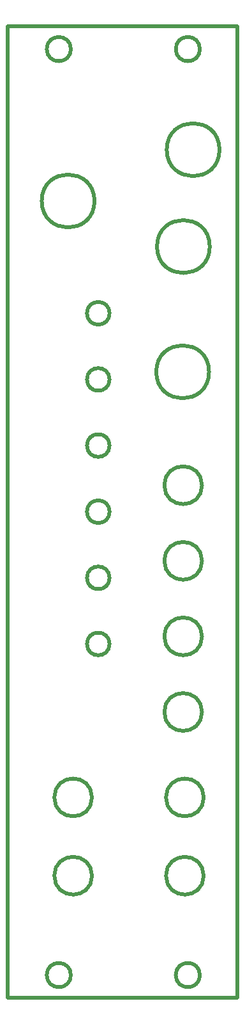
<source format=gbr>
%TF.GenerationSoftware,KiCad,Pcbnew,(7.0.0)*%
%TF.CreationDate,2023-03-30T09:06:06-07:00*%
%TF.ProjectId,wyw_r_faceplate,7779775f-725f-4666-9163-65706c617465,rev?*%
%TF.SameCoordinates,Original*%
%TF.FileFunction,Profile,NP*%
%FSLAX46Y46*%
G04 Gerber Fmt 4.6, Leading zero omitted, Abs format (unit mm)*
G04 Created by KiCad (PCBNEW (7.0.0)) date 2023-03-30 09:06:06*
%MOMM*%
%LPD*%
G01*
G04 APERTURE LIST*
%TA.AperFunction,Profile*%
%ADD10C,0.500000*%
%TD*%
G04 APERTURE END LIST*
D10*
X46810000Y-49024107D02*
G75*
G03*
X46810000Y-49024107I-3500000J0D01*
G01*
X31509999Y-42999107D02*
G75*
G03*
X31509999Y-42999107I-3500000J0D01*
G01*
X33512499Y-57850000D02*
G75*
G03*
X33512499Y-57850000I-1500000J0D01*
G01*
X48100891Y-36210000D02*
G75*
G03*
X48100891Y-36210000I-3500000J0D01*
G01*
X45500000Y-145400000D02*
G75*
G03*
X45500000Y-145400000I-1600000J0D01*
G01*
X28380000Y-145400000D02*
G75*
G03*
X28380000Y-145400000I-1600000J0D01*
G01*
X46001540Y-132258353D02*
G75*
G03*
X46001540Y-132258353I-2500001J0D01*
G01*
X33512499Y-66600000D02*
G75*
G03*
X33512499Y-66600000I-1500000J0D01*
G01*
X31180001Y-132258353D02*
G75*
G03*
X31180001Y-132258353I-2500001J0D01*
G01*
X46001539Y-121900000D02*
G75*
G03*
X46001539Y-121900000I-2500000J0D01*
G01*
X45500000Y-22900000D02*
G75*
G03*
X45500000Y-22900000I-1600000J0D01*
G01*
X28380000Y-22900000D02*
G75*
G03*
X28380000Y-22900000I-1600000J0D01*
G01*
X45780000Y-100600000D02*
G75*
G03*
X45780000Y-100600000I-2500000J0D01*
G01*
X33512499Y-101600000D02*
G75*
G03*
X33512499Y-101600000I-1500000J0D01*
G01*
X33512499Y-84100000D02*
G75*
G03*
X33512499Y-84100000I-1500000J0D01*
G01*
X45780000Y-90600000D02*
G75*
G03*
X45780000Y-90600000I-2500000J0D01*
G01*
X31180000Y-121900000D02*
G75*
G03*
X31180000Y-121900000I-2500000J0D01*
G01*
X45780000Y-80600000D02*
G75*
G03*
X45780000Y-80600000I-2500000J0D01*
G01*
X20000000Y-19900000D02*
X50480000Y-19900000D01*
X50480000Y-19900000D02*
X50480000Y-148400000D01*
X50480000Y-148400000D02*
X20000000Y-148400000D01*
X20000000Y-148400000D02*
X20000000Y-19900000D01*
X45780000Y-110600000D02*
G75*
G03*
X45780000Y-110600000I-2500000J0D01*
G01*
X33512499Y-75350000D02*
G75*
G03*
X33512499Y-75350000I-1500000J0D01*
G01*
X46710000Y-65599107D02*
G75*
G03*
X46710000Y-65599107I-3500000J0D01*
G01*
X33512499Y-92850000D02*
G75*
G03*
X33512499Y-92850000I-1500000J0D01*
G01*
M02*

</source>
